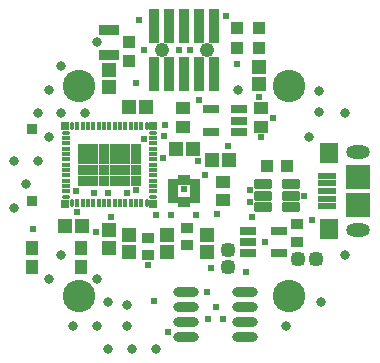
<source format=gts>
G04*
G04 #@! TF.GenerationSoftware,Altium Limited,Altium Designer,23.3.1 (30)*
G04*
G04 Layer_Color=8388736*
%FSLAX44Y44*%
%MOMM*%
G71*
G04*
G04 #@! TF.SameCoordinates,610A2BD2-EBF3-4158-A638-8146B1F39EFF*
G04*
G04*
G04 #@! TF.FilePolarity,Negative*
G04*
G01*
G75*
G04:AMPARAMS|DCode=19|XSize=0.65mm|YSize=0.3mm|CornerRadius=0.075mm|HoleSize=0mm|Usage=FLASHONLY|Rotation=0.000|XOffset=0mm|YOffset=0mm|HoleType=Round|Shape=RoundedRectangle|*
%AMROUNDEDRECTD19*
21,1,0.6500,0.1500,0,0,0.0*
21,1,0.5000,0.3000,0,0,0.0*
1,1,0.1500,0.2500,-0.0750*
1,1,0.1500,-0.2500,-0.0750*
1,1,0.1500,-0.2500,0.0750*
1,1,0.1500,0.2500,0.0750*
%
%ADD19ROUNDEDRECTD19*%
%ADD20R,0.6500X0.3000*%
G04:AMPARAMS|DCode=22|XSize=0.65mm|YSize=0.3mm|CornerRadius=0.075mm|HoleSize=0mm|Usage=FLASHONLY|Rotation=90.000|XOffset=0mm|YOffset=0mm|HoleType=Round|Shape=RoundedRectangle|*
%AMROUNDEDRECTD22*
21,1,0.6500,0.1500,0,0,90.0*
21,1,0.5000,0.3000,0,0,90.0*
1,1,0.1500,0.0750,0.2500*
1,1,0.1500,0.0750,-0.2500*
1,1,0.1500,-0.0750,-0.2500*
1,1,0.1500,-0.0750,0.2500*
%
%ADD22ROUNDEDRECTD22*%
%ADD46R,0.8500X0.8500*%
%ADD47R,0.6750X0.6750*%
%ADD48R,0.4000X0.7500*%
%ADD49R,0.9532X0.9532*%
%ADD50R,0.9432X2.9932*%
%ADD51O,2.2032X0.8032*%
%ADD52R,1.1332X0.9932*%
%ADD53R,1.2232X1.2432*%
%ADD54R,1.6510X0.9652*%
%ADD55R,1.0032X1.0032*%
%ADD56R,1.1032X0.8532*%
%ADD57R,1.2432X1.1732*%
G04:AMPARAMS|DCode=58|XSize=1.1332mm|YSize=1.1332mm|CornerRadius=0.3341mm|HoleSize=0mm|Usage=FLASHONLY|Rotation=180.000|XOffset=0mm|YOffset=0mm|HoleType=Round|Shape=RoundedRectangle|*
%AMROUNDEDRECTD58*
21,1,1.1332,0.4650,0,0,180.0*
21,1,0.4650,1.1332,0,0,180.0*
1,1,0.6682,-0.2325,0.2325*
1,1,0.6682,0.2325,0.2325*
1,1,0.6682,0.2325,-0.2325*
1,1,0.6682,-0.2325,-0.2325*
%
%ADD58ROUNDEDRECTD58*%
G04:AMPARAMS|DCode=59|XSize=1.1332mm|YSize=1.1332mm|CornerRadius=0.3341mm|HoleSize=0mm|Usage=FLASHONLY|Rotation=90.000|XOffset=0mm|YOffset=0mm|HoleType=Round|Shape=RoundedRectangle|*
%AMROUNDEDRECTD59*
21,1,1.1332,0.4650,0,0,90.0*
21,1,0.4650,1.1332,0,0,90.0*
1,1,0.6682,0.2325,0.2325*
1,1,0.6682,0.2325,-0.2325*
1,1,0.6682,-0.2325,-0.2325*
1,1,0.6682,-0.2325,0.2325*
%
%ADD59ROUNDEDRECTD59*%
%ADD60R,1.1732X1.1232*%
%ADD61R,1.4632X0.7832*%
%ADD62R,1.4732X0.7620*%
%ADD63R,0.9032X0.5032*%
%ADD64R,0.5032X0.9032*%
%ADD65R,1.1732X1.2432*%
%ADD66R,1.1032X1.2032*%
%ADD67R,2.1032X2.1032*%
%ADD68R,1.6032X1.8032*%
%ADD69R,1.5532X0.6032*%
%ADD70R,0.9932X1.1332*%
G04:AMPARAMS|DCode=71|XSize=1.5632mm|YSize=0.8032mm|CornerRadius=0.1466mm|HoleSize=0mm|Usage=FLASHONLY|Rotation=180.000|XOffset=0mm|YOffset=0mm|HoleType=Round|Shape=RoundedRectangle|*
%AMROUNDEDRECTD71*
21,1,1.5632,0.5100,0,0,180.0*
21,1,1.2700,0.8032,0,0,180.0*
1,1,0.2932,-0.6350,0.2550*
1,1,0.2932,0.6350,0.2550*
1,1,0.2932,0.6350,-0.2550*
1,1,0.2932,-0.6350,-0.2550*
%
%ADD71ROUNDEDRECTD71*%
%ADD72C,1.2232*%
%ADD73O,2.0032X1.1032*%
%ADD74C,0.7032*%
%ADD75C,0.6096*%
%ADD76C,0.8382*%
%ADD77C,2.7432*%
D19*
X153670Y249280D02*
D03*
Y303280D02*
D03*
X227670D02*
D03*
Y249280D02*
D03*
D20*
X153670Y253780D02*
D03*
Y258280D02*
D03*
Y262780D02*
D03*
Y267280D02*
D03*
Y271780D02*
D03*
Y276280D02*
D03*
Y280780D02*
D03*
Y285280D02*
D03*
Y289780D02*
D03*
Y294280D02*
D03*
Y298780D02*
D03*
X227670D02*
D03*
Y294280D02*
D03*
Y289780D02*
D03*
Y285280D02*
D03*
Y280780D02*
D03*
Y276280D02*
D03*
Y271780D02*
D03*
Y267280D02*
D03*
Y262780D02*
D03*
Y258280D02*
D03*
Y253780D02*
D03*
D22*
X159170Y308780D02*
D03*
X222170D02*
D03*
Y243780D02*
D03*
X159170D02*
D03*
D46*
X177170Y280780D02*
D03*
X186170D02*
D03*
X195170D02*
D03*
X204170D02*
D03*
Y271780D02*
D03*
X195170D02*
D03*
X186170D02*
D03*
X177170D02*
D03*
X168170D02*
D03*
Y280780D02*
D03*
Y289780D02*
D03*
X177170D02*
D03*
X186170D02*
D03*
X195170D02*
D03*
X204170D02*
D03*
X213170D02*
D03*
Y280780D02*
D03*
Y271780D02*
D03*
Y262780D02*
D03*
X204170D02*
D03*
X195170D02*
D03*
X186170D02*
D03*
X177170D02*
D03*
X168170D02*
D03*
D47*
X153300Y309150D02*
D03*
X228040D02*
D03*
Y243410D02*
D03*
X153300D02*
D03*
D48*
X163670Y308780D02*
D03*
X168170D02*
D03*
X172670D02*
D03*
X177170D02*
D03*
X181670D02*
D03*
X186170D02*
D03*
X190670D02*
D03*
X195170D02*
D03*
X199670D02*
D03*
X204170D02*
D03*
X208670D02*
D03*
X213170D02*
D03*
X217670D02*
D03*
Y243780D02*
D03*
X213170D02*
D03*
X208670D02*
D03*
X204170D02*
D03*
X199670D02*
D03*
X195170D02*
D03*
X190670D02*
D03*
X186170D02*
D03*
X181670D02*
D03*
X177170D02*
D03*
X172670D02*
D03*
X168170D02*
D03*
X163670D02*
D03*
D49*
X124820Y306780D02*
D03*
Y245780D02*
D03*
D50*
X279400Y393730D02*
D03*
Y353030D02*
D03*
X266700Y393730D02*
D03*
Y353030D02*
D03*
X254000Y393730D02*
D03*
Y353030D02*
D03*
X241300Y393730D02*
D03*
Y353030D02*
D03*
X228600Y393730D02*
D03*
Y353030D02*
D03*
D51*
X255670Y168910D02*
D03*
Y156210D02*
D03*
Y143510D02*
D03*
Y130810D02*
D03*
X305670Y168910D02*
D03*
Y156210D02*
D03*
Y143510D02*
D03*
Y130810D02*
D03*
D52*
X207010Y363910D02*
D03*
Y380310D02*
D03*
X298450Y391740D02*
D03*
Y375340D02*
D03*
D53*
X190500Y356600D02*
D03*
Y341900D02*
D03*
X317500Y359140D02*
D03*
Y344440D02*
D03*
D54*
X190500Y369062D02*
D03*
Y390398D02*
D03*
D55*
X317500Y391790D02*
D03*
Y375290D02*
D03*
D56*
X349250Y211190D02*
D03*
Y225690D02*
D03*
X223520Y214260D02*
D03*
Y199760D02*
D03*
X256127Y222446D02*
D03*
Y207946D02*
D03*
D57*
X277220Y280670D02*
D03*
X291740D02*
D03*
X261260Y289560D02*
D03*
X246740D02*
D03*
X167280Y224790D02*
D03*
X152760D02*
D03*
X221890Y325120D02*
D03*
X207370D02*
D03*
D58*
X365640Y196850D02*
D03*
X350640D02*
D03*
D59*
X290830Y189350D02*
D03*
Y204350D02*
D03*
D60*
X318770Y308480D02*
D03*
Y323980D02*
D03*
X252730D02*
D03*
Y308480D02*
D03*
X287020Y261750D02*
D03*
Y246250D02*
D03*
D61*
X300040Y304190D02*
D03*
Y313690D02*
D03*
Y323190D02*
D03*
X276540D02*
D03*
Y304190D02*
D03*
D62*
X308356Y220218D02*
D03*
Y210820D02*
D03*
Y201422D02*
D03*
X334264D02*
D03*
Y220218D02*
D03*
D63*
X244500Y261500D02*
D03*
Y256500D02*
D03*
Y251500D02*
D03*
Y246500D02*
D03*
X263500D02*
D03*
Y251500D02*
D03*
Y256500D02*
D03*
Y261500D02*
D03*
D64*
X251500Y244500D02*
D03*
X256500D02*
D03*
Y263500D02*
D03*
X251500D02*
D03*
D65*
X239538Y216911D02*
D03*
Y202391D02*
D03*
X273050Y216810D02*
D03*
Y202290D02*
D03*
X190500Y220620D02*
D03*
Y206100D02*
D03*
X207010Y216810D02*
D03*
Y202290D02*
D03*
D66*
X125550Y206120D02*
D03*
X166550D02*
D03*
Y190120D02*
D03*
X125550D02*
D03*
D67*
X401400Y266000D02*
D03*
Y242000D02*
D03*
D68*
X376900Y286000D02*
D03*
Y222000D02*
D03*
D69*
X374650Y267000D02*
D03*
Y260500D02*
D03*
Y254000D02*
D03*
Y247500D02*
D03*
Y241000D02*
D03*
D70*
X324540Y275590D02*
D03*
X340940D02*
D03*
D71*
X344490Y240690D02*
D03*
Y250190D02*
D03*
Y259690D02*
D03*
X320990D02*
D03*
Y250190D02*
D03*
Y240690D02*
D03*
D72*
X273050Y373380D02*
D03*
X234950D02*
D03*
D73*
X401400Y287000D02*
D03*
Y221000D02*
D03*
D74*
Y287000D02*
D03*
Y221000D02*
D03*
D75*
X215900Y398780D02*
D03*
X254000Y256061D02*
D03*
X167280Y224790D02*
D03*
X221890Y325120D02*
D03*
X259080Y373380D02*
D03*
X271780Y267970D02*
D03*
X240030Y134620D02*
D03*
X289560Y402590D02*
D03*
X246740Y289560D02*
D03*
X290830Y292100D02*
D03*
X266700Y331470D02*
D03*
X249434Y373380D02*
D03*
X125730Y222250D02*
D03*
X223520Y191770D02*
D03*
X229870Y233680D02*
D03*
X239538Y216561D02*
D03*
X242570Y233680D02*
D03*
X205740Y252730D02*
D03*
X162560Y254000D02*
D03*
X219710Y298450D02*
D03*
X163471Y236220D02*
D03*
X189230Y252730D02*
D03*
X177800D02*
D03*
X177170Y280780D02*
D03*
X168170D02*
D03*
Y271780D02*
D03*
X213360Y254966D02*
D03*
X227797Y309270D02*
D03*
X237490Y309880D02*
D03*
X264160Y233680D02*
D03*
X281940Y234950D02*
D03*
X355600Y250190D02*
D03*
X361950Y229870D02*
D03*
X322580Y210820D02*
D03*
X306070Y185420D02*
D03*
X276860Y189230D02*
D03*
X179070Y219710D02*
D03*
X191770Y232410D02*
D03*
X213360Y345440D02*
D03*
X318770Y299720D02*
D03*
X252730Y323980D02*
D03*
X207370Y325120D02*
D03*
X274320Y146050D02*
D03*
X287020D02*
D03*
X280670Y156210D02*
D03*
X228600Y161290D02*
D03*
X317500Y334010D02*
D03*
X311150Y232410D02*
D03*
X298450Y361950D02*
D03*
X219710Y373380D02*
D03*
X237195Y300404D02*
D03*
X236220Y281940D02*
D03*
X328930Y316230D02*
D03*
X309880Y255270D02*
D03*
Y245110D02*
D03*
X273050Y168910D02*
D03*
X265430Y279400D02*
D03*
D76*
X389801Y319837D02*
D03*
Y199898D02*
D03*
X359816Y299847D02*
D03*
X369811Y159918D02*
D03*
X339827Y139929D02*
D03*
X299847Y339827D02*
D03*
X229883Y119939D02*
D03*
X209893D02*
D03*
X179908Y379806D02*
D03*
Y179908D02*
D03*
X189903Y159918D02*
D03*
X179908Y139929D02*
D03*
X189903Y119939D02*
D03*
X169913Y319837D02*
D03*
X159918Y139929D02*
D03*
X149923Y359816D02*
D03*
X139929Y339827D02*
D03*
X149923Y319837D02*
D03*
X139929Y299847D02*
D03*
X149923Y199898D02*
D03*
X139929Y179908D02*
D03*
X129934Y319837D02*
D03*
Y279857D02*
D03*
X119939Y259867D02*
D03*
X109944Y279857D02*
D03*
Y239878D02*
D03*
X205740Y157480D02*
D03*
Y139700D02*
D03*
X368535Y320613D02*
D03*
Y338393D02*
D03*
D77*
X342900Y342900D02*
D03*
Y165100D02*
D03*
X165100D02*
D03*
Y342900D02*
D03*
M02*

</source>
